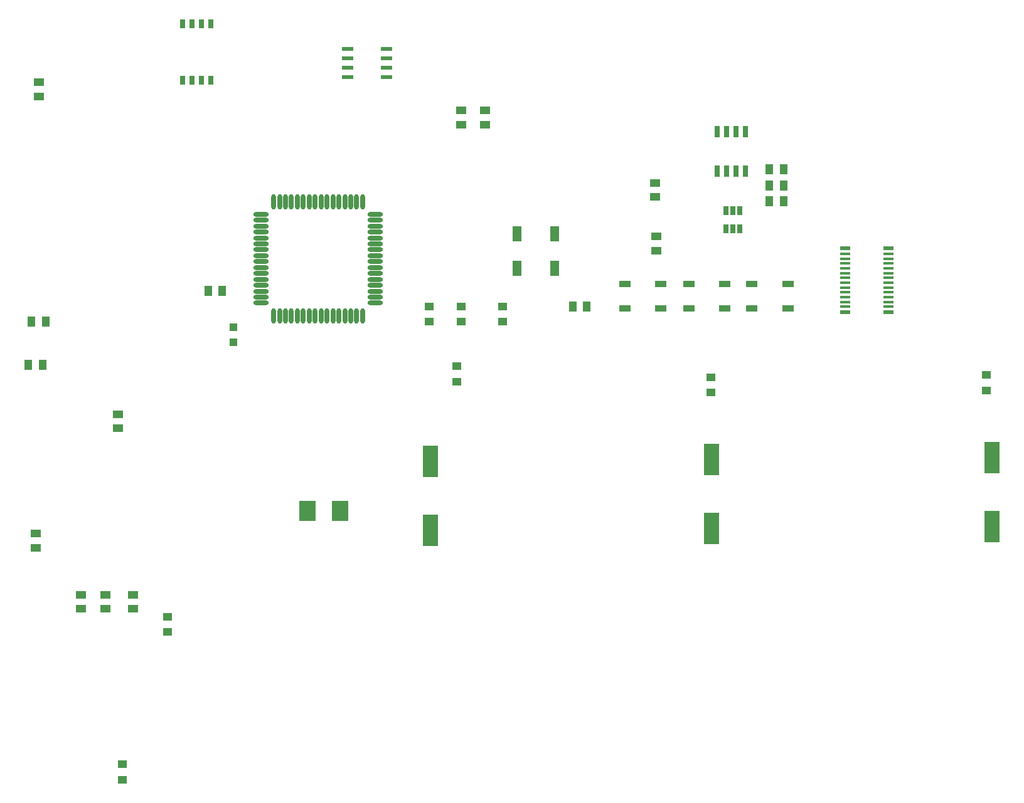
<source format=gbr>
%TF.GenerationSoftware,Altium Limited,Altium Designer,20.1.14 (287)*%
G04 Layer_Color=8421504*
%FSLAX25Y25*%
%MOIN*%
%TF.SameCoordinates,420D9B4C-C7A0-47ED-81AF-82C992674030*%
%TF.FilePolarity,Positive*%
%TF.FileFunction,Paste,Top*%
%TF.Part,Single*%
G01*
G75*
%TA.AperFunction,SMDPad,CuDef*%
%ADD10R,0.04134X0.05512*%
%ADD11R,0.05512X0.04134*%
%ADD12R,0.05906X0.03543*%
%ADD13R,0.04724X0.04331*%
%ADD14R,0.02992X0.05000*%
%ADD15O,0.02362X0.08071*%
%ADD16O,0.08071X0.02362*%
%ADD17R,0.02559X0.06004*%
%ADD18R,0.05315X0.01575*%
%ADD19R,0.05315X0.02362*%
%ADD20R,0.08268X0.16929*%
%ADD21R,0.08500X0.10799*%
%ADD22R,0.03937X0.03937*%
%ADD23R,0.05118X0.08268*%
%ADD24R,0.02756X0.05118*%
%ADD25R,0.05906X0.02362*%
D10*
X354260Y282000D02*
D03*
X361740D02*
D03*
X66760Y274000D02*
D03*
X74240D02*
D03*
X65020Y251000D02*
D03*
X72500D02*
D03*
X466240Y338000D02*
D03*
X458760D02*
D03*
X458760Y346500D02*
D03*
X466240D02*
D03*
Y355000D02*
D03*
X458760D02*
D03*
X168000Y290500D02*
D03*
X160520D02*
D03*
D11*
X69000Y153760D02*
D03*
Y161240D02*
D03*
X106000Y121260D02*
D03*
Y128740D02*
D03*
X93000Y121260D02*
D03*
Y128740D02*
D03*
X398500Y311760D02*
D03*
Y319240D02*
D03*
X112500Y224740D02*
D03*
Y217260D02*
D03*
X398000Y340260D02*
D03*
Y347740D02*
D03*
X70500Y393760D02*
D03*
Y401240D02*
D03*
X295000Y378760D02*
D03*
Y386240D02*
D03*
X307500Y378760D02*
D03*
Y386240D02*
D03*
X120500Y128740D02*
D03*
Y121260D02*
D03*
D12*
X381854Y281004D02*
D03*
Y293996D02*
D03*
X401146D02*
D03*
Y281004D02*
D03*
X449354D02*
D03*
Y293996D02*
D03*
X468646D02*
D03*
Y281004D02*
D03*
X435146D02*
D03*
Y293996D02*
D03*
X415854D02*
D03*
Y281004D02*
D03*
D13*
X317000Y273866D02*
D03*
Y282134D02*
D03*
X295000D02*
D03*
Y273866D02*
D03*
X574031Y237366D02*
D03*
Y245634D02*
D03*
X278000Y282134D02*
D03*
Y273866D02*
D03*
X115000Y30366D02*
D03*
Y38634D02*
D03*
X427500Y236232D02*
D03*
Y244500D02*
D03*
X292683Y242049D02*
D03*
Y250317D02*
D03*
X139000Y117134D02*
D03*
Y108866D02*
D03*
D14*
X162000Y432500D02*
D03*
X157000D02*
D03*
X152000D02*
D03*
X147000D02*
D03*
Y402500D02*
D03*
X152000D02*
D03*
X157000D02*
D03*
X162000D02*
D03*
D15*
X195378Y277185D02*
D03*
X198528D02*
D03*
X201677D02*
D03*
X204827D02*
D03*
X207976D02*
D03*
X211126D02*
D03*
X214276D02*
D03*
X217425D02*
D03*
X220575D02*
D03*
X223724D02*
D03*
X226874D02*
D03*
X230024D02*
D03*
X233173D02*
D03*
X236323D02*
D03*
X239472D02*
D03*
X242622D02*
D03*
Y337815D02*
D03*
X239472D02*
D03*
X236323D02*
D03*
X233173D02*
D03*
X230024D02*
D03*
X226874D02*
D03*
X223724D02*
D03*
X220575D02*
D03*
X217425D02*
D03*
X214276D02*
D03*
X211126D02*
D03*
X207976D02*
D03*
X204827D02*
D03*
X201677D02*
D03*
X198528D02*
D03*
X195378D02*
D03*
D16*
X249315Y283878D02*
D03*
Y287028D02*
D03*
Y290177D02*
D03*
Y293327D02*
D03*
Y296476D02*
D03*
Y299626D02*
D03*
Y302776D02*
D03*
Y305925D02*
D03*
Y309075D02*
D03*
Y312224D02*
D03*
Y315374D02*
D03*
Y318524D02*
D03*
Y321673D02*
D03*
Y324823D02*
D03*
Y327972D02*
D03*
Y331122D02*
D03*
X188685D02*
D03*
Y327972D02*
D03*
Y324823D02*
D03*
Y321673D02*
D03*
Y318524D02*
D03*
Y315374D02*
D03*
Y312224D02*
D03*
Y309075D02*
D03*
Y305925D02*
D03*
Y302776D02*
D03*
Y299626D02*
D03*
Y296476D02*
D03*
Y293327D02*
D03*
Y290177D02*
D03*
Y287028D02*
D03*
Y283878D02*
D03*
D17*
X431000Y354000D02*
D03*
X436000D02*
D03*
X441000D02*
D03*
X446000D02*
D03*
Y375165D02*
D03*
X441000D02*
D03*
X436000D02*
D03*
X431000D02*
D03*
D18*
X498984Y287043D02*
D03*
Y284484D02*
D03*
Y281925D02*
D03*
Y289602D02*
D03*
Y292161D02*
D03*
X522016D02*
D03*
Y289602D02*
D03*
Y281925D02*
D03*
Y284484D02*
D03*
Y287043D02*
D03*
Y294721D02*
D03*
Y297280D02*
D03*
Y299839D02*
D03*
Y302398D02*
D03*
Y310075D02*
D03*
Y307516D02*
D03*
Y304957D02*
D03*
X498984D02*
D03*
Y307516D02*
D03*
Y310075D02*
D03*
Y302398D02*
D03*
Y299839D02*
D03*
Y297280D02*
D03*
Y294721D02*
D03*
D19*
X522016Y278972D02*
D03*
Y313028D02*
D03*
X498984D02*
D03*
Y278972D02*
D03*
D20*
X278500Y199807D02*
D03*
Y163193D02*
D03*
X428000Y200807D02*
D03*
Y164193D02*
D03*
X577000Y201807D02*
D03*
Y165193D02*
D03*
D21*
X213299Y173500D02*
D03*
X230701D02*
D03*
D22*
X174000Y263063D02*
D03*
Y270937D02*
D03*
D23*
X324500Y320610D02*
D03*
X344500D02*
D03*
Y302500D02*
D03*
X324500D02*
D03*
D24*
X443000Y332949D02*
D03*
X439260D02*
D03*
X435520D02*
D03*
Y323500D02*
D03*
X439260D02*
D03*
X443000D02*
D03*
D25*
X234567Y404000D02*
D03*
Y409000D02*
D03*
Y414000D02*
D03*
Y419000D02*
D03*
X255433D02*
D03*
Y414000D02*
D03*
Y409000D02*
D03*
Y404000D02*
D03*
%TF.MD5,464476309e6d201b66363d04b85577cd*%
M02*

</source>
